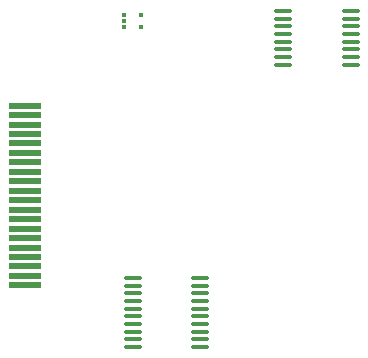
<source format=gbr>
%TF.GenerationSoftware,KiCad,Pcbnew,7.0.10*%
%TF.CreationDate,2024-03-07T18:21:54+01:00*%
%TF.ProjectId,ROM_Card,524f4d5f-4361-4726-942e-6b696361645f,rev?*%
%TF.SameCoordinates,Original*%
%TF.FileFunction,Paste,Top*%
%TF.FilePolarity,Positive*%
%FSLAX46Y46*%
G04 Gerber Fmt 4.6, Leading zero omitted, Abs format (unit mm)*
G04 Created by KiCad (PCBNEW 7.0.10) date 2024-03-07 18:21:54*
%MOMM*%
%LPD*%
G01*
G04 APERTURE LIST*
G04 Aperture macros list*
%AMRoundRect*
0 Rectangle with rounded corners*
0 $1 Rounding radius*
0 $2 $3 $4 $5 $6 $7 $8 $9 X,Y pos of 4 corners*
0 Add a 4 corners polygon primitive as box body*
4,1,4,$2,$3,$4,$5,$6,$7,$8,$9,$2,$3,0*
0 Add four circle primitives for the rounded corners*
1,1,$1+$1,$2,$3*
1,1,$1+$1,$4,$5*
1,1,$1+$1,$6,$7*
1,1,$1+$1,$8,$9*
0 Add four rect primitives between the rounded corners*
20,1,$1+$1,$2,$3,$4,$5,0*
20,1,$1+$1,$4,$5,$6,$7,0*
20,1,$1+$1,$6,$7,$8,$9,0*
20,1,$1+$1,$8,$9,$2,$3,0*%
G04 Aperture macros list end*
%ADD10RoundRect,0.100000X-0.637500X-0.100000X0.637500X-0.100000X0.637500X0.100000X-0.637500X0.100000X0*%
%ADD11R,0.450000X0.300000*%
%ADD12R,2.800000X0.550000*%
G04 APERTURE END LIST*
D10*
%TO.C,U3*%
X153914000Y-89927000D03*
X153914000Y-90577000D03*
X153914000Y-91227000D03*
X153914000Y-91877000D03*
X153914000Y-92527000D03*
X153914000Y-93177000D03*
X153914000Y-93827000D03*
X153914000Y-94477000D03*
X159639000Y-94477000D03*
X159639000Y-93827000D03*
X159639000Y-93177000D03*
X159639000Y-92527000D03*
X159639000Y-91877000D03*
X159639000Y-91227000D03*
X159639000Y-90577000D03*
X159639000Y-89927000D03*
%TD*%
%TO.C,U1*%
X141172498Y-112548000D03*
X141172498Y-113198000D03*
X141172498Y-113848000D03*
X141172498Y-114498000D03*
X141172498Y-115148000D03*
X141172498Y-115798000D03*
X141172498Y-116448000D03*
X141172498Y-117098000D03*
X141172498Y-117748000D03*
X141172498Y-118398000D03*
X146897498Y-118398000D03*
X146897498Y-117748000D03*
X146897498Y-117098000D03*
X146897498Y-116448000D03*
X146897498Y-115798000D03*
X146897498Y-115148000D03*
X146897498Y-114498000D03*
X146897498Y-113848000D03*
X146897498Y-113198000D03*
X146897498Y-112548000D03*
%TD*%
D11*
%TO.C,U5*%
X140459000Y-90297000D03*
X140459000Y-90797000D03*
X140459000Y-91297000D03*
X141859000Y-91297000D03*
X141859000Y-90297000D03*
%TD*%
D12*
%TO.C,J1*%
X132080000Y-97956000D03*
X132080000Y-98756000D03*
X132080000Y-99556000D03*
X132080000Y-100356000D03*
X132080000Y-101156000D03*
X132080000Y-101956000D03*
X132080000Y-102756000D03*
X132080000Y-103556000D03*
X132080000Y-104356000D03*
X132080000Y-105156000D03*
X132080000Y-105971000D03*
X132080000Y-106771000D03*
X132080000Y-107571000D03*
X132080000Y-108371000D03*
X132080000Y-109171000D03*
X132080000Y-109971000D03*
X132080000Y-110771000D03*
X132080000Y-111571000D03*
X132080000Y-112371000D03*
X132080000Y-113171000D03*
%TD*%
M02*

</source>
